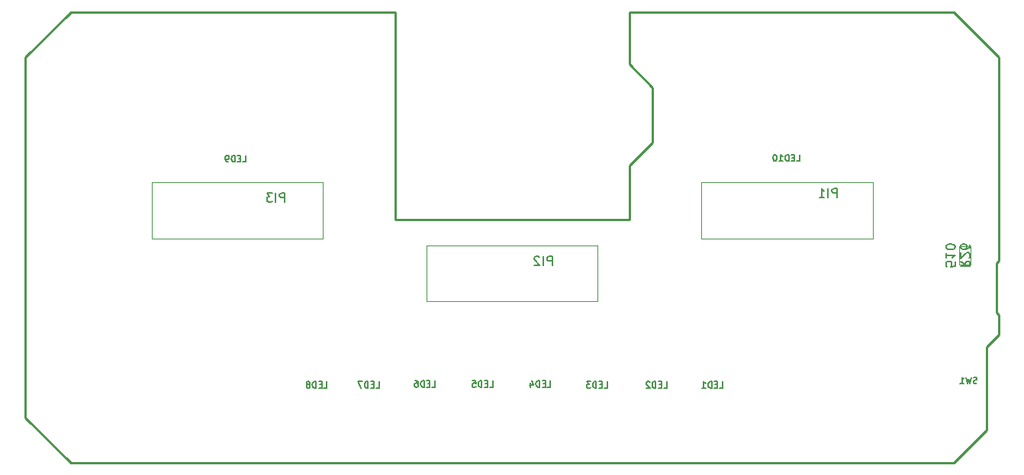
<source format=gbr>
%TF.GenerationSoftware,KiCad,Pcbnew,9.0.7*%
%TF.CreationDate,2026-01-30T16:59:00+00:00*%
%TF.ProjectId,FED3,46454433-2e6b-4696-9361-645f70636258,rev?*%
%TF.SameCoordinates,Original*%
%TF.FileFunction,AssemblyDrawing,Bot*%
%FSLAX46Y46*%
G04 Gerber Fmt 4.6, Leading zero omitted, Abs format (unit mm)*
G04 Created by KiCad (PCBNEW 9.0.7) date 2026-01-30 16:59:00*
%MOMM*%
%LPD*%
G01*
G04 APERTURE LIST*
%ADD10C,0.150000*%
%ADD11C,0.175000*%
%ADD12C,0.100000*%
%TA.AperFunction,Profile*%
%ADD13C,0.250000*%
%TD*%
G04 APERTURE END LIST*
D10*
X184563220Y-100569819D02*
X184563220Y-99569819D01*
X184563220Y-99569819D02*
X184182268Y-99569819D01*
X184182268Y-99569819D02*
X184087030Y-99617438D01*
X184087030Y-99617438D02*
X184039411Y-99665057D01*
X184039411Y-99665057D02*
X183991792Y-99760295D01*
X183991792Y-99760295D02*
X183991792Y-99903152D01*
X183991792Y-99903152D02*
X184039411Y-99998390D01*
X184039411Y-99998390D02*
X184087030Y-100046009D01*
X184087030Y-100046009D02*
X184182268Y-100093628D01*
X184182268Y-100093628D02*
X184563220Y-100093628D01*
X183563220Y-100569819D02*
X183563220Y-99569819D01*
X182563221Y-100569819D02*
X183134649Y-100569819D01*
X182848935Y-100569819D02*
X182848935Y-99569819D01*
X182848935Y-99569819D02*
X182944173Y-99712676D01*
X182944173Y-99712676D02*
X183039411Y-99807914D01*
X183039411Y-99807914D02*
X183134649Y-99855533D01*
X152937800Y-108108941D02*
X152937800Y-107108941D01*
X152937800Y-107108941D02*
X152556848Y-107108941D01*
X152556848Y-107108941D02*
X152461610Y-107156560D01*
X152461610Y-107156560D02*
X152413991Y-107204179D01*
X152413991Y-107204179D02*
X152366372Y-107299417D01*
X152366372Y-107299417D02*
X152366372Y-107442274D01*
X152366372Y-107442274D02*
X152413991Y-107537512D01*
X152413991Y-107537512D02*
X152461610Y-107585131D01*
X152461610Y-107585131D02*
X152556848Y-107632750D01*
X152556848Y-107632750D02*
X152937800Y-107632750D01*
X151937800Y-108108941D02*
X151937800Y-107108941D01*
X151509229Y-107204179D02*
X151461610Y-107156560D01*
X151461610Y-107156560D02*
X151366372Y-107108941D01*
X151366372Y-107108941D02*
X151128277Y-107108941D01*
X151128277Y-107108941D02*
X151033039Y-107156560D01*
X151033039Y-107156560D02*
X150985420Y-107204179D01*
X150985420Y-107204179D02*
X150937801Y-107299417D01*
X150937801Y-107299417D02*
X150937801Y-107394655D01*
X150937801Y-107394655D02*
X150985420Y-107537512D01*
X150985420Y-107537512D02*
X151556848Y-108108941D01*
X151556848Y-108108941D02*
X150937801Y-108108941D01*
X123263220Y-101069819D02*
X123263220Y-100069819D01*
X123263220Y-100069819D02*
X122882268Y-100069819D01*
X122882268Y-100069819D02*
X122787030Y-100117438D01*
X122787030Y-100117438D02*
X122739411Y-100165057D01*
X122739411Y-100165057D02*
X122691792Y-100260295D01*
X122691792Y-100260295D02*
X122691792Y-100403152D01*
X122691792Y-100403152D02*
X122739411Y-100498390D01*
X122739411Y-100498390D02*
X122787030Y-100546009D01*
X122787030Y-100546009D02*
X122882268Y-100593628D01*
X122882268Y-100593628D02*
X123263220Y-100593628D01*
X122263220Y-101069819D02*
X122263220Y-100069819D01*
X121882268Y-100069819D02*
X121263221Y-100069819D01*
X121263221Y-100069819D02*
X121596554Y-100450771D01*
X121596554Y-100450771D02*
X121453697Y-100450771D01*
X121453697Y-100450771D02*
X121358459Y-100498390D01*
X121358459Y-100498390D02*
X121310840Y-100546009D01*
X121310840Y-100546009D02*
X121263221Y-100641247D01*
X121263221Y-100641247D02*
X121263221Y-100879342D01*
X121263221Y-100879342D02*
X121310840Y-100974580D01*
X121310840Y-100974580D02*
X121358459Y-101022200D01*
X121358459Y-101022200D02*
X121453697Y-101069819D01*
X121453697Y-101069819D02*
X121739411Y-101069819D01*
X121739411Y-101069819D02*
X121834649Y-101022200D01*
X121834649Y-101022200D02*
X121882268Y-100974580D01*
X200067982Y-121173200D02*
X199967982Y-121206533D01*
X199967982Y-121206533D02*
X199801316Y-121206533D01*
X199801316Y-121206533D02*
X199734649Y-121173200D01*
X199734649Y-121173200D02*
X199701316Y-121139866D01*
X199701316Y-121139866D02*
X199667982Y-121073200D01*
X199667982Y-121073200D02*
X199667982Y-121006533D01*
X199667982Y-121006533D02*
X199701316Y-120939866D01*
X199701316Y-120939866D02*
X199734649Y-120906533D01*
X199734649Y-120906533D02*
X199801316Y-120873200D01*
X199801316Y-120873200D02*
X199934649Y-120839866D01*
X199934649Y-120839866D02*
X200001316Y-120806533D01*
X200001316Y-120806533D02*
X200034649Y-120773200D01*
X200034649Y-120773200D02*
X200067982Y-120706533D01*
X200067982Y-120706533D02*
X200067982Y-120639866D01*
X200067982Y-120639866D02*
X200034649Y-120573200D01*
X200034649Y-120573200D02*
X200001316Y-120539866D01*
X200001316Y-120539866D02*
X199934649Y-120506533D01*
X199934649Y-120506533D02*
X199767982Y-120506533D01*
X199767982Y-120506533D02*
X199667982Y-120539866D01*
X199434649Y-120506533D02*
X199267982Y-121206533D01*
X199267982Y-121206533D02*
X199134649Y-120706533D01*
X199134649Y-120706533D02*
X199001315Y-121206533D01*
X199001315Y-121206533D02*
X198834649Y-120506533D01*
X198201315Y-121206533D02*
X198601315Y-121206533D01*
X198401315Y-121206533D02*
X198401315Y-120506533D01*
X198401315Y-120506533D02*
X198467982Y-120606533D01*
X198467982Y-120606533D02*
X198534649Y-120673200D01*
X198534649Y-120673200D02*
X198601315Y-120706533D01*
X180054857Y-96506533D02*
X180388190Y-96506533D01*
X180388190Y-96506533D02*
X180388190Y-95806533D01*
X179821523Y-96139866D02*
X179588190Y-96139866D01*
X179488190Y-96506533D02*
X179821523Y-96506533D01*
X179821523Y-96506533D02*
X179821523Y-95806533D01*
X179821523Y-95806533D02*
X179488190Y-95806533D01*
X179188190Y-96506533D02*
X179188190Y-95806533D01*
X179188190Y-95806533D02*
X179021523Y-95806533D01*
X179021523Y-95806533D02*
X178921523Y-95839866D01*
X178921523Y-95839866D02*
X178854857Y-95906533D01*
X178854857Y-95906533D02*
X178821523Y-95973200D01*
X178821523Y-95973200D02*
X178788190Y-96106533D01*
X178788190Y-96106533D02*
X178788190Y-96206533D01*
X178788190Y-96206533D02*
X178821523Y-96339866D01*
X178821523Y-96339866D02*
X178854857Y-96406533D01*
X178854857Y-96406533D02*
X178921523Y-96473200D01*
X178921523Y-96473200D02*
X179021523Y-96506533D01*
X179021523Y-96506533D02*
X179188190Y-96506533D01*
X178121523Y-96506533D02*
X178521523Y-96506533D01*
X178321523Y-96506533D02*
X178321523Y-95806533D01*
X178321523Y-95806533D02*
X178388190Y-95906533D01*
X178388190Y-95906533D02*
X178454857Y-95973200D01*
X178454857Y-95973200D02*
X178521523Y-96006533D01*
X177688190Y-95806533D02*
X177621523Y-95806533D01*
X177621523Y-95806533D02*
X177554856Y-95839866D01*
X177554856Y-95839866D02*
X177521523Y-95873200D01*
X177521523Y-95873200D02*
X177488190Y-95939866D01*
X177488190Y-95939866D02*
X177454856Y-96073200D01*
X177454856Y-96073200D02*
X177454856Y-96239866D01*
X177454856Y-96239866D02*
X177488190Y-96373200D01*
X177488190Y-96373200D02*
X177521523Y-96439866D01*
X177521523Y-96439866D02*
X177554856Y-96473200D01*
X177554856Y-96473200D02*
X177621523Y-96506533D01*
X177621523Y-96506533D02*
X177688190Y-96506533D01*
X177688190Y-96506533D02*
X177754856Y-96473200D01*
X177754856Y-96473200D02*
X177788190Y-96439866D01*
X177788190Y-96439866D02*
X177821523Y-96373200D01*
X177821523Y-96373200D02*
X177854856Y-96239866D01*
X177854856Y-96239866D02*
X177854856Y-96073200D01*
X177854856Y-96073200D02*
X177821523Y-95939866D01*
X177821523Y-95939866D02*
X177788190Y-95873200D01*
X177788190Y-95873200D02*
X177754856Y-95839866D01*
X177754856Y-95839866D02*
X177688190Y-95806533D01*
X152401316Y-121606533D02*
X152734649Y-121606533D01*
X152734649Y-121606533D02*
X152734649Y-120906533D01*
X152167982Y-121239866D02*
X151934649Y-121239866D01*
X151834649Y-121606533D02*
X152167982Y-121606533D01*
X152167982Y-121606533D02*
X152167982Y-120906533D01*
X152167982Y-120906533D02*
X151834649Y-120906533D01*
X151534649Y-121606533D02*
X151534649Y-120906533D01*
X151534649Y-120906533D02*
X151367982Y-120906533D01*
X151367982Y-120906533D02*
X151267982Y-120939866D01*
X151267982Y-120939866D02*
X151201316Y-121006533D01*
X151201316Y-121006533D02*
X151167982Y-121073200D01*
X151167982Y-121073200D02*
X151134649Y-121206533D01*
X151134649Y-121206533D02*
X151134649Y-121306533D01*
X151134649Y-121306533D02*
X151167982Y-121439866D01*
X151167982Y-121439866D02*
X151201316Y-121506533D01*
X151201316Y-121506533D02*
X151267982Y-121573200D01*
X151267982Y-121573200D02*
X151367982Y-121606533D01*
X151367982Y-121606533D02*
X151534649Y-121606533D01*
X150534649Y-121139866D02*
X150534649Y-121606533D01*
X150701316Y-120873200D02*
X150867982Y-121373200D01*
X150867982Y-121373200D02*
X150434649Y-121373200D01*
X118601316Y-96606533D02*
X118934649Y-96606533D01*
X118934649Y-96606533D02*
X118934649Y-95906533D01*
X118367982Y-96239866D02*
X118134649Y-96239866D01*
X118034649Y-96606533D02*
X118367982Y-96606533D01*
X118367982Y-96606533D02*
X118367982Y-95906533D01*
X118367982Y-95906533D02*
X118034649Y-95906533D01*
X117734649Y-96606533D02*
X117734649Y-95906533D01*
X117734649Y-95906533D02*
X117567982Y-95906533D01*
X117567982Y-95906533D02*
X117467982Y-95939866D01*
X117467982Y-95939866D02*
X117401316Y-96006533D01*
X117401316Y-96006533D02*
X117367982Y-96073200D01*
X117367982Y-96073200D02*
X117334649Y-96206533D01*
X117334649Y-96206533D02*
X117334649Y-96306533D01*
X117334649Y-96306533D02*
X117367982Y-96439866D01*
X117367982Y-96439866D02*
X117401316Y-96506533D01*
X117401316Y-96506533D02*
X117467982Y-96573200D01*
X117467982Y-96573200D02*
X117567982Y-96606533D01*
X117567982Y-96606533D02*
X117734649Y-96606533D01*
X117001316Y-96606533D02*
X116867982Y-96606533D01*
X116867982Y-96606533D02*
X116801316Y-96573200D01*
X116801316Y-96573200D02*
X116767982Y-96539866D01*
X116767982Y-96539866D02*
X116701316Y-96439866D01*
X116701316Y-96439866D02*
X116667982Y-96306533D01*
X116667982Y-96306533D02*
X116667982Y-96039866D01*
X116667982Y-96039866D02*
X116701316Y-95973200D01*
X116701316Y-95973200D02*
X116734649Y-95939866D01*
X116734649Y-95939866D02*
X116801316Y-95906533D01*
X116801316Y-95906533D02*
X116934649Y-95906533D01*
X116934649Y-95906533D02*
X117001316Y-95939866D01*
X117001316Y-95939866D02*
X117034649Y-95973200D01*
X117034649Y-95973200D02*
X117067982Y-96039866D01*
X117067982Y-96039866D02*
X117067982Y-96206533D01*
X117067982Y-96206533D02*
X117034649Y-96273200D01*
X117034649Y-96273200D02*
X117001316Y-96306533D01*
X117001316Y-96306533D02*
X116934649Y-96339866D01*
X116934649Y-96339866D02*
X116801316Y-96339866D01*
X116801316Y-96339866D02*
X116734649Y-96306533D01*
X116734649Y-96306533D02*
X116701316Y-96273200D01*
X116701316Y-96273200D02*
X116667982Y-96206533D01*
X127601316Y-121706533D02*
X127934649Y-121706533D01*
X127934649Y-121706533D02*
X127934649Y-121006533D01*
X127367982Y-121339866D02*
X127134649Y-121339866D01*
X127034649Y-121706533D02*
X127367982Y-121706533D01*
X127367982Y-121706533D02*
X127367982Y-121006533D01*
X127367982Y-121006533D02*
X127034649Y-121006533D01*
X126734649Y-121706533D02*
X126734649Y-121006533D01*
X126734649Y-121006533D02*
X126567982Y-121006533D01*
X126567982Y-121006533D02*
X126467982Y-121039866D01*
X126467982Y-121039866D02*
X126401316Y-121106533D01*
X126401316Y-121106533D02*
X126367982Y-121173200D01*
X126367982Y-121173200D02*
X126334649Y-121306533D01*
X126334649Y-121306533D02*
X126334649Y-121406533D01*
X126334649Y-121406533D02*
X126367982Y-121539866D01*
X126367982Y-121539866D02*
X126401316Y-121606533D01*
X126401316Y-121606533D02*
X126467982Y-121673200D01*
X126467982Y-121673200D02*
X126567982Y-121706533D01*
X126567982Y-121706533D02*
X126734649Y-121706533D01*
X125934649Y-121306533D02*
X126001316Y-121273200D01*
X126001316Y-121273200D02*
X126034649Y-121239866D01*
X126034649Y-121239866D02*
X126067982Y-121173200D01*
X126067982Y-121173200D02*
X126067982Y-121139866D01*
X126067982Y-121139866D02*
X126034649Y-121073200D01*
X126034649Y-121073200D02*
X126001316Y-121039866D01*
X126001316Y-121039866D02*
X125934649Y-121006533D01*
X125934649Y-121006533D02*
X125801316Y-121006533D01*
X125801316Y-121006533D02*
X125734649Y-121039866D01*
X125734649Y-121039866D02*
X125701316Y-121073200D01*
X125701316Y-121073200D02*
X125667982Y-121139866D01*
X125667982Y-121139866D02*
X125667982Y-121173200D01*
X125667982Y-121173200D02*
X125701316Y-121239866D01*
X125701316Y-121239866D02*
X125734649Y-121273200D01*
X125734649Y-121273200D02*
X125801316Y-121306533D01*
X125801316Y-121306533D02*
X125934649Y-121306533D01*
X125934649Y-121306533D02*
X126001316Y-121339866D01*
X126001316Y-121339866D02*
X126034649Y-121373200D01*
X126034649Y-121373200D02*
X126067982Y-121439866D01*
X126067982Y-121439866D02*
X126067982Y-121573200D01*
X126067982Y-121573200D02*
X126034649Y-121639866D01*
X126034649Y-121639866D02*
X126001316Y-121673200D01*
X126001316Y-121673200D02*
X125934649Y-121706533D01*
X125934649Y-121706533D02*
X125801316Y-121706533D01*
X125801316Y-121706533D02*
X125734649Y-121673200D01*
X125734649Y-121673200D02*
X125701316Y-121639866D01*
X125701316Y-121639866D02*
X125667982Y-121573200D01*
X125667982Y-121573200D02*
X125667982Y-121439866D01*
X125667982Y-121439866D02*
X125701316Y-121373200D01*
X125701316Y-121373200D02*
X125734649Y-121339866D01*
X125734649Y-121339866D02*
X125801316Y-121306533D01*
X158701316Y-121706533D02*
X159034649Y-121706533D01*
X159034649Y-121706533D02*
X159034649Y-121006533D01*
X158467982Y-121339866D02*
X158234649Y-121339866D01*
X158134649Y-121706533D02*
X158467982Y-121706533D01*
X158467982Y-121706533D02*
X158467982Y-121006533D01*
X158467982Y-121006533D02*
X158134649Y-121006533D01*
X157834649Y-121706533D02*
X157834649Y-121006533D01*
X157834649Y-121006533D02*
X157667982Y-121006533D01*
X157667982Y-121006533D02*
X157567982Y-121039866D01*
X157567982Y-121039866D02*
X157501316Y-121106533D01*
X157501316Y-121106533D02*
X157467982Y-121173200D01*
X157467982Y-121173200D02*
X157434649Y-121306533D01*
X157434649Y-121306533D02*
X157434649Y-121406533D01*
X157434649Y-121406533D02*
X157467982Y-121539866D01*
X157467982Y-121539866D02*
X157501316Y-121606533D01*
X157501316Y-121606533D02*
X157567982Y-121673200D01*
X157567982Y-121673200D02*
X157667982Y-121706533D01*
X157667982Y-121706533D02*
X157834649Y-121706533D01*
X157201316Y-121006533D02*
X156767982Y-121006533D01*
X156767982Y-121006533D02*
X157001316Y-121273200D01*
X157001316Y-121273200D02*
X156901316Y-121273200D01*
X156901316Y-121273200D02*
X156834649Y-121306533D01*
X156834649Y-121306533D02*
X156801316Y-121339866D01*
X156801316Y-121339866D02*
X156767982Y-121406533D01*
X156767982Y-121406533D02*
X156767982Y-121573200D01*
X156767982Y-121573200D02*
X156801316Y-121639866D01*
X156801316Y-121639866D02*
X156834649Y-121673200D01*
X156834649Y-121673200D02*
X156901316Y-121706533D01*
X156901316Y-121706533D02*
X157101316Y-121706533D01*
X157101316Y-121706533D02*
X157167982Y-121673200D01*
X157167982Y-121673200D02*
X157201316Y-121639866D01*
X171501316Y-121706533D02*
X171834649Y-121706533D01*
X171834649Y-121706533D02*
X171834649Y-121006533D01*
X171267982Y-121339866D02*
X171034649Y-121339866D01*
X170934649Y-121706533D02*
X171267982Y-121706533D01*
X171267982Y-121706533D02*
X171267982Y-121006533D01*
X171267982Y-121006533D02*
X170934649Y-121006533D01*
X170634649Y-121706533D02*
X170634649Y-121006533D01*
X170634649Y-121006533D02*
X170467982Y-121006533D01*
X170467982Y-121006533D02*
X170367982Y-121039866D01*
X170367982Y-121039866D02*
X170301316Y-121106533D01*
X170301316Y-121106533D02*
X170267982Y-121173200D01*
X170267982Y-121173200D02*
X170234649Y-121306533D01*
X170234649Y-121306533D02*
X170234649Y-121406533D01*
X170234649Y-121406533D02*
X170267982Y-121539866D01*
X170267982Y-121539866D02*
X170301316Y-121606533D01*
X170301316Y-121606533D02*
X170367982Y-121673200D01*
X170367982Y-121673200D02*
X170467982Y-121706533D01*
X170467982Y-121706533D02*
X170634649Y-121706533D01*
X169567982Y-121706533D02*
X169967982Y-121706533D01*
X169767982Y-121706533D02*
X169767982Y-121006533D01*
X169767982Y-121006533D02*
X169834649Y-121106533D01*
X169834649Y-121106533D02*
X169901316Y-121173200D01*
X169901316Y-121173200D02*
X169967982Y-121206533D01*
X197645180Y-107714285D02*
X197645180Y-108190475D01*
X197645180Y-108190475D02*
X197168990Y-108238094D01*
X197168990Y-108238094D02*
X197216609Y-108190475D01*
X197216609Y-108190475D02*
X197264228Y-108095237D01*
X197264228Y-108095237D02*
X197264228Y-107857142D01*
X197264228Y-107857142D02*
X197216609Y-107761904D01*
X197216609Y-107761904D02*
X197168990Y-107714285D01*
X197168990Y-107714285D02*
X197073752Y-107666666D01*
X197073752Y-107666666D02*
X196835657Y-107666666D01*
X196835657Y-107666666D02*
X196740419Y-107714285D01*
X196740419Y-107714285D02*
X196692800Y-107761904D01*
X196692800Y-107761904D02*
X196645180Y-107857142D01*
X196645180Y-107857142D02*
X196645180Y-108095237D01*
X196645180Y-108095237D02*
X196692800Y-108190475D01*
X196692800Y-108190475D02*
X196740419Y-108238094D01*
X196645180Y-106714285D02*
X196645180Y-107285713D01*
X196645180Y-106999999D02*
X197645180Y-106999999D01*
X197645180Y-106999999D02*
X197502323Y-107095237D01*
X197502323Y-107095237D02*
X197407085Y-107190475D01*
X197407085Y-107190475D02*
X197359466Y-107285713D01*
X197645180Y-106095237D02*
X197645180Y-105999999D01*
X197645180Y-105999999D02*
X197597561Y-105904761D01*
X197597561Y-105904761D02*
X197549942Y-105857142D01*
X197549942Y-105857142D02*
X197454704Y-105809523D01*
X197454704Y-105809523D02*
X197264228Y-105761904D01*
X197264228Y-105761904D02*
X197026133Y-105761904D01*
X197026133Y-105761904D02*
X196835657Y-105809523D01*
X196835657Y-105809523D02*
X196740419Y-105857142D01*
X196740419Y-105857142D02*
X196692800Y-105904761D01*
X196692800Y-105904761D02*
X196645180Y-105999999D01*
X196645180Y-105999999D02*
X196645180Y-106095237D01*
X196645180Y-106095237D02*
X196692800Y-106190475D01*
X196692800Y-106190475D02*
X196740419Y-106238094D01*
X196740419Y-106238094D02*
X196835657Y-106285713D01*
X196835657Y-106285713D02*
X197026133Y-106333332D01*
X197026133Y-106333332D02*
X197264228Y-106333332D01*
X197264228Y-106333332D02*
X197454704Y-106285713D01*
X197454704Y-106285713D02*
X197549942Y-106238094D01*
X197549942Y-106238094D02*
X197597561Y-106190475D01*
X197597561Y-106190475D02*
X197645180Y-106095237D01*
X198295180Y-107642857D02*
X198771371Y-107976190D01*
X198295180Y-108214285D02*
X199295180Y-108214285D01*
X199295180Y-108214285D02*
X199295180Y-107833333D01*
X199295180Y-107833333D02*
X199247561Y-107738095D01*
X199247561Y-107738095D02*
X199199942Y-107690476D01*
X199199942Y-107690476D02*
X199104704Y-107642857D01*
X199104704Y-107642857D02*
X198961847Y-107642857D01*
X198961847Y-107642857D02*
X198866609Y-107690476D01*
X198866609Y-107690476D02*
X198818990Y-107738095D01*
X198818990Y-107738095D02*
X198771371Y-107833333D01*
X198771371Y-107833333D02*
X198771371Y-108214285D01*
X199199942Y-107261904D02*
X199247561Y-107214285D01*
X199247561Y-107214285D02*
X199295180Y-107119047D01*
X199295180Y-107119047D02*
X199295180Y-106880952D01*
X199295180Y-106880952D02*
X199247561Y-106785714D01*
X199247561Y-106785714D02*
X199199942Y-106738095D01*
X199199942Y-106738095D02*
X199104704Y-106690476D01*
X199104704Y-106690476D02*
X199009466Y-106690476D01*
X199009466Y-106690476D02*
X198866609Y-106738095D01*
X198866609Y-106738095D02*
X198295180Y-107309523D01*
X198295180Y-107309523D02*
X198295180Y-106690476D01*
X199295180Y-105833333D02*
X199295180Y-106023809D01*
X199295180Y-106023809D02*
X199247561Y-106119047D01*
X199247561Y-106119047D02*
X199199942Y-106166666D01*
X199199942Y-106166666D02*
X199057085Y-106261904D01*
X199057085Y-106261904D02*
X198866609Y-106309523D01*
X198866609Y-106309523D02*
X198485657Y-106309523D01*
X198485657Y-106309523D02*
X198390419Y-106261904D01*
X198390419Y-106261904D02*
X198342800Y-106214285D01*
X198342800Y-106214285D02*
X198295180Y-106119047D01*
X198295180Y-106119047D02*
X198295180Y-105928571D01*
X198295180Y-105928571D02*
X198342800Y-105833333D01*
X198342800Y-105833333D02*
X198390419Y-105785714D01*
X198390419Y-105785714D02*
X198485657Y-105738095D01*
X198485657Y-105738095D02*
X198723752Y-105738095D01*
X198723752Y-105738095D02*
X198818990Y-105785714D01*
X198818990Y-105785714D02*
X198866609Y-105833333D01*
X198866609Y-105833333D02*
X198914228Y-105928571D01*
X198914228Y-105928571D02*
X198914228Y-106119047D01*
X198914228Y-106119047D02*
X198866609Y-106214285D01*
X198866609Y-106214285D02*
X198818990Y-106261904D01*
X198818990Y-106261904D02*
X198723752Y-106309523D01*
X165301316Y-121706533D02*
X165634649Y-121706533D01*
X165634649Y-121706533D02*
X165634649Y-121006533D01*
X165067982Y-121339866D02*
X164834649Y-121339866D01*
X164734649Y-121706533D02*
X165067982Y-121706533D01*
X165067982Y-121706533D02*
X165067982Y-121006533D01*
X165067982Y-121006533D02*
X164734649Y-121006533D01*
X164434649Y-121706533D02*
X164434649Y-121006533D01*
X164434649Y-121006533D02*
X164267982Y-121006533D01*
X164267982Y-121006533D02*
X164167982Y-121039866D01*
X164167982Y-121039866D02*
X164101316Y-121106533D01*
X164101316Y-121106533D02*
X164067982Y-121173200D01*
X164067982Y-121173200D02*
X164034649Y-121306533D01*
X164034649Y-121306533D02*
X164034649Y-121406533D01*
X164034649Y-121406533D02*
X164067982Y-121539866D01*
X164067982Y-121539866D02*
X164101316Y-121606533D01*
X164101316Y-121606533D02*
X164167982Y-121673200D01*
X164167982Y-121673200D02*
X164267982Y-121706533D01*
X164267982Y-121706533D02*
X164434649Y-121706533D01*
X163767982Y-121073200D02*
X163734649Y-121039866D01*
X163734649Y-121039866D02*
X163667982Y-121006533D01*
X163667982Y-121006533D02*
X163501316Y-121006533D01*
X163501316Y-121006533D02*
X163434649Y-121039866D01*
X163434649Y-121039866D02*
X163401316Y-121073200D01*
X163401316Y-121073200D02*
X163367982Y-121139866D01*
X163367982Y-121139866D02*
X163367982Y-121206533D01*
X163367982Y-121206533D02*
X163401316Y-121306533D01*
X163401316Y-121306533D02*
X163801316Y-121706533D01*
X163801316Y-121706533D02*
X163367982Y-121706533D01*
X139601316Y-121606533D02*
X139934649Y-121606533D01*
X139934649Y-121606533D02*
X139934649Y-120906533D01*
X139367982Y-121239866D02*
X139134649Y-121239866D01*
X139034649Y-121606533D02*
X139367982Y-121606533D01*
X139367982Y-121606533D02*
X139367982Y-120906533D01*
X139367982Y-120906533D02*
X139034649Y-120906533D01*
X138734649Y-121606533D02*
X138734649Y-120906533D01*
X138734649Y-120906533D02*
X138567982Y-120906533D01*
X138567982Y-120906533D02*
X138467982Y-120939866D01*
X138467982Y-120939866D02*
X138401316Y-121006533D01*
X138401316Y-121006533D02*
X138367982Y-121073200D01*
X138367982Y-121073200D02*
X138334649Y-121206533D01*
X138334649Y-121206533D02*
X138334649Y-121306533D01*
X138334649Y-121306533D02*
X138367982Y-121439866D01*
X138367982Y-121439866D02*
X138401316Y-121506533D01*
X138401316Y-121506533D02*
X138467982Y-121573200D01*
X138467982Y-121573200D02*
X138567982Y-121606533D01*
X138567982Y-121606533D02*
X138734649Y-121606533D01*
X137734649Y-120906533D02*
X137867982Y-120906533D01*
X137867982Y-120906533D02*
X137934649Y-120939866D01*
X137934649Y-120939866D02*
X137967982Y-120973200D01*
X137967982Y-120973200D02*
X138034649Y-121073200D01*
X138034649Y-121073200D02*
X138067982Y-121206533D01*
X138067982Y-121206533D02*
X138067982Y-121473200D01*
X138067982Y-121473200D02*
X138034649Y-121539866D01*
X138034649Y-121539866D02*
X138001316Y-121573200D01*
X138001316Y-121573200D02*
X137934649Y-121606533D01*
X137934649Y-121606533D02*
X137801316Y-121606533D01*
X137801316Y-121606533D02*
X137734649Y-121573200D01*
X137734649Y-121573200D02*
X137701316Y-121539866D01*
X137701316Y-121539866D02*
X137667982Y-121473200D01*
X137667982Y-121473200D02*
X137667982Y-121306533D01*
X137667982Y-121306533D02*
X137701316Y-121239866D01*
X137701316Y-121239866D02*
X137734649Y-121206533D01*
X137734649Y-121206533D02*
X137801316Y-121173200D01*
X137801316Y-121173200D02*
X137934649Y-121173200D01*
X137934649Y-121173200D02*
X138001316Y-121206533D01*
X138001316Y-121206533D02*
X138034649Y-121239866D01*
X138034649Y-121239866D02*
X138067982Y-121306533D01*
D11*
X133384869Y-121705233D02*
X133718202Y-121705233D01*
X133718202Y-121705233D02*
X133718202Y-121005233D01*
X133151535Y-121338566D02*
X132918202Y-121338566D01*
X132818202Y-121705233D02*
X133151535Y-121705233D01*
X133151535Y-121705233D02*
X133151535Y-121005233D01*
X133151535Y-121005233D02*
X132818202Y-121005233D01*
X132518202Y-121705233D02*
X132518202Y-121005233D01*
X132518202Y-121005233D02*
X132351535Y-121005233D01*
X132351535Y-121005233D02*
X132251535Y-121038566D01*
X132251535Y-121038566D02*
X132184869Y-121105233D01*
X132184869Y-121105233D02*
X132151535Y-121171900D01*
X132151535Y-121171900D02*
X132118202Y-121305233D01*
X132118202Y-121305233D02*
X132118202Y-121405233D01*
X132118202Y-121405233D02*
X132151535Y-121538566D01*
X132151535Y-121538566D02*
X132184869Y-121605233D01*
X132184869Y-121605233D02*
X132251535Y-121671900D01*
X132251535Y-121671900D02*
X132351535Y-121705233D01*
X132351535Y-121705233D02*
X132518202Y-121705233D01*
X131884869Y-121005233D02*
X131418202Y-121005233D01*
X131418202Y-121005233D02*
X131718202Y-121705233D01*
D10*
X146001316Y-121606533D02*
X146334649Y-121606533D01*
X146334649Y-121606533D02*
X146334649Y-120906533D01*
X145767982Y-121239866D02*
X145534649Y-121239866D01*
X145434649Y-121606533D02*
X145767982Y-121606533D01*
X145767982Y-121606533D02*
X145767982Y-120906533D01*
X145767982Y-120906533D02*
X145434649Y-120906533D01*
X145134649Y-121606533D02*
X145134649Y-120906533D01*
X145134649Y-120906533D02*
X144967982Y-120906533D01*
X144967982Y-120906533D02*
X144867982Y-120939866D01*
X144867982Y-120939866D02*
X144801316Y-121006533D01*
X144801316Y-121006533D02*
X144767982Y-121073200D01*
X144767982Y-121073200D02*
X144734649Y-121206533D01*
X144734649Y-121206533D02*
X144734649Y-121306533D01*
X144734649Y-121306533D02*
X144767982Y-121439866D01*
X144767982Y-121439866D02*
X144801316Y-121506533D01*
X144801316Y-121506533D02*
X144867982Y-121573200D01*
X144867982Y-121573200D02*
X144967982Y-121606533D01*
X144967982Y-121606533D02*
X145134649Y-121606533D01*
X144101316Y-120906533D02*
X144434649Y-120906533D01*
X144434649Y-120906533D02*
X144467982Y-121239866D01*
X144467982Y-121239866D02*
X144434649Y-121206533D01*
X144434649Y-121206533D02*
X144367982Y-121173200D01*
X144367982Y-121173200D02*
X144201316Y-121173200D01*
X144201316Y-121173200D02*
X144134649Y-121206533D01*
X144134649Y-121206533D02*
X144101316Y-121239866D01*
X144101316Y-121239866D02*
X144067982Y-121306533D01*
X144067982Y-121306533D02*
X144067982Y-121473200D01*
X144067982Y-121473200D02*
X144101316Y-121539866D01*
X144101316Y-121539866D02*
X144134649Y-121573200D01*
X144134649Y-121573200D02*
X144201316Y-121606533D01*
X144201316Y-121606533D02*
X144367982Y-121606533D01*
X144367982Y-121606533D02*
X144434649Y-121573200D01*
X144434649Y-121573200D02*
X144467982Y-121539866D01*
%TO.C,PI1*%
D12*
X188501100Y-98903600D02*
X169501100Y-98903600D01*
X169501100Y-105103600D01*
X188501100Y-105103600D01*
X188501100Y-98903600D01*
%TO.C,PI2*%
X158001100Y-105903600D02*
X139001100Y-105903600D01*
X139001100Y-112103600D01*
X158001100Y-112103600D01*
X158001100Y-105903600D01*
%TO.C,PI3*%
X127501100Y-98903600D02*
X108501100Y-98903600D01*
X108501100Y-105103600D01*
X127501100Y-105103600D01*
X127501100Y-98903600D01*
%TO.C,R26*%
X198125000Y-106000000D02*
X198125000Y-108000000D01*
X198125000Y-108000000D02*
X199375000Y-108000000D01*
X199375000Y-106000000D02*
X198125000Y-106000000D01*
X199375000Y-108000000D02*
X199375000Y-106000000D01*
%TD*%
D13*
X201101100Y-126403600D02*
X201101100Y-117203600D01*
X161501100Y-103003600D02*
X135501100Y-103003600D01*
X161501100Y-80003600D02*
X161501100Y-85751600D01*
X161501100Y-85751600D02*
X164097100Y-88347600D01*
X99501100Y-80003600D02*
X94501100Y-85003600D01*
X202221100Y-107883600D02*
X202501100Y-107603600D01*
X202501100Y-85003600D02*
X197501100Y-80003600D01*
X202221100Y-113323600D02*
X202221100Y-107883600D01*
X202501100Y-107603600D02*
X202501100Y-85003600D01*
X161501100Y-96983600D02*
X161501100Y-103003600D01*
X202501100Y-113603600D02*
X202221100Y-113323600D01*
X135501100Y-103003600D02*
X135501100Y-80003600D01*
X94501100Y-125003600D02*
X99501100Y-130003600D01*
X164097100Y-88347600D02*
X164097100Y-94443600D01*
X197501100Y-130003600D02*
X201101100Y-126403600D01*
X197501100Y-80003600D02*
X161501100Y-80003600D01*
X202501100Y-115803600D02*
X202501100Y-113603600D01*
X94501100Y-85003600D02*
X94501100Y-125003600D01*
X99501100Y-130003600D02*
X197501100Y-130003600D01*
X164097100Y-94443600D02*
X161501100Y-96983600D01*
X201101100Y-117203600D02*
X202501100Y-115803600D01*
X135501100Y-80003600D02*
X99501100Y-80003600D01*
M02*

</source>
